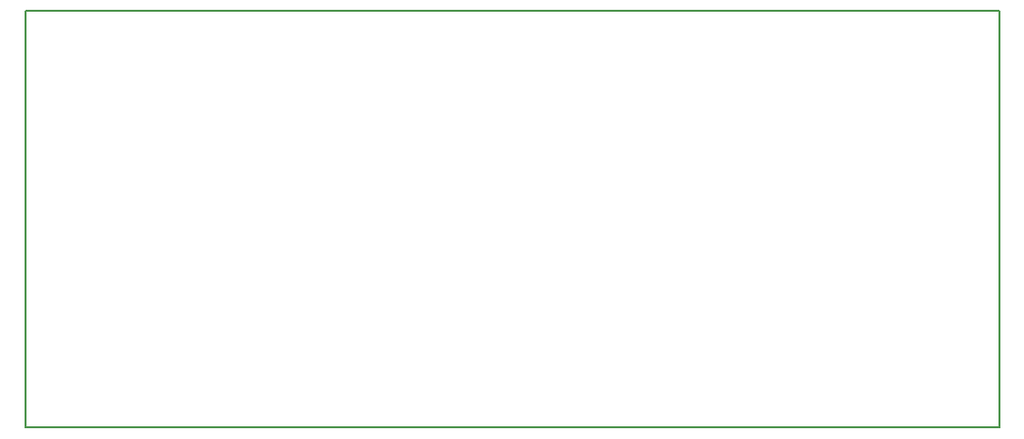
<source format=gbr>
G04 DipTrace 3.3.1.1*
G04 BoardOutline.gbr*
%MOIN*%
G04 #@! TF.FileFunction,Profile*
G04 #@! TF.Part,Single*
%ADD11C,0.005512*%
%FSLAX26Y26*%
G04*
G70*
G90*
G75*
G01*
G04 BoardOutline*
%LPD*%
X393701Y393701D2*
D11*
X3700787D1*
Y1811024D1*
X393701D1*
Y393701D1*
M02*

</source>
